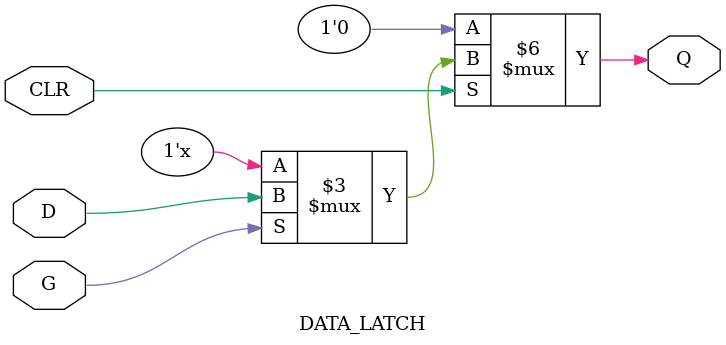
<source format=v>
module DATA_LATCH(CLR,D,G,Q);
input CLR,D,G;
output reg Q;
always @(*) begin 
if(~CLR)
Q<= 1'b0;
else if (G)
Q<= D;
end
endmodule

</source>
